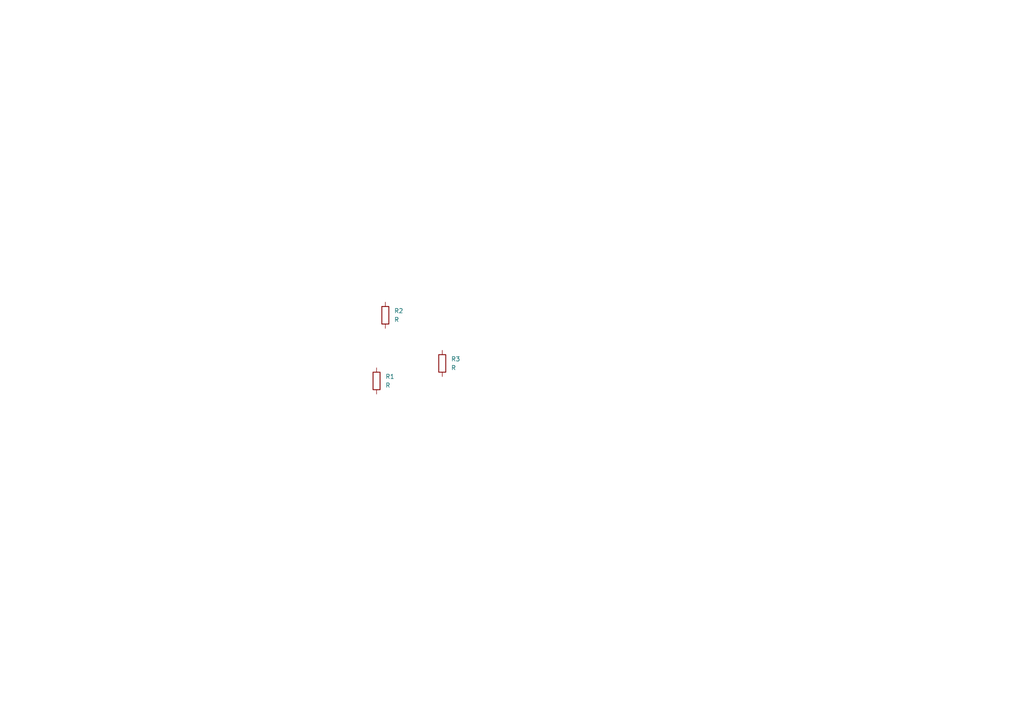
<source format=kicad_sch>
(kicad_sch (version 20231120) (generator "eeschema") (generator_version "8.0")
  (paper "A4")
  (lib_symbols
    (symbol "Device:R" (pin_numbers hide) (pin_names (offset 0))
      (property "Reference" "R" (at 2.032 0 90))
      (property "Value" "R" (at 0 0 90))
      (symbol "R_0_1"
        (rectangle (start -1.016 -2.54) (end 1.016 2.54) (stroke (width 0.254)))
      )
      (symbol "R_1_1"
        (pin passive line (at 0 3.81 270) (length 1.27) (name "~") (number "1"))
        (pin passive line (at 0 -3.81 90) (length 1.27) (name "~") (number "2"))
      )
    )
  )
  (symbol (lib_id "Device:R") (at 111.76 91.44 0) (unit 1)
    (property "Reference" "R2" (at 114.3 90.1699 0) (effects (justify left)))
    (property "Value" "R" (at 114.3 92.7099 0) (effects (justify left)))
    (property "Description" "Resistor" (effects (hide yes)))
  )
  (symbol (lib_id "Device:R") (at 109.22 110.49 0) (unit 1)
    (property "Reference" "R1" (at 111.76 109.2199 0) (effects (justify left)))
    (property "Value" "R" (at 111.76 111.7599 0) (effects (justify left)))
    (property "Description" "Resistor" (effects (hide yes)))
  )
  (symbol (lib_id "Device:R") (at 128.27 105.41 0) (unit 1)
    (property "Reference" "R3" (at 130.81 104.1399 0) (effects (justify left)))
    (property "Value" "R" (at 130.81 106.6799 0) (effects (justify left)))
    (property "Description" "Resistor" (effects (hide yes)))
  )
)
</source>
